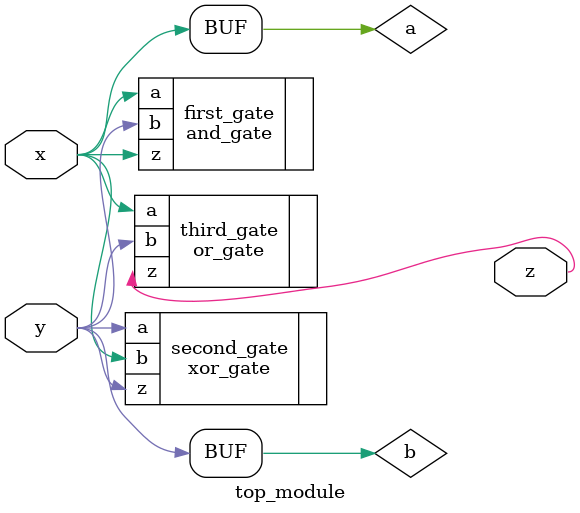
<source format=sv>
module top_module(
    input x,
    input y,
    output z
    );

    wire a, b;

    assign a = x;
    assign b = y;

    and_gate first_gate(
        .a(x),  // corrected: changed to .a(a)
        .b(y),  // corrected: changed to .b(b)
        .z(a)   // corrected: changed to .z(a)
        );

    xor_gate second_gate(
        .a(y),  // corrected: changed to .a(b)
        .b(x),  // corrected: changed to .b(a)
        .z(b)   // corrected: changed to .z(b)
        );

    or_gate third_gate(
        .a(a),
        .b(b),
        .z(z)
        );

endmodule

</source>
